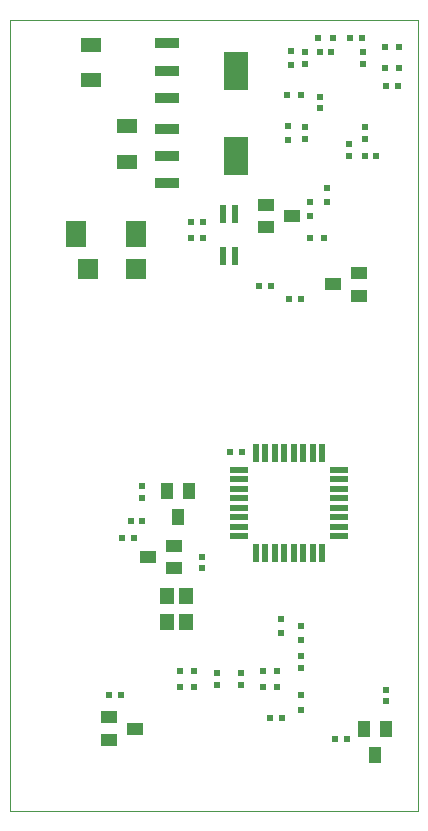
<source format=gtp>
G75*
G70*
%OFA0B0*%
%FSLAX24Y24*%
%IPPOS*%
%LPD*%
%AMOC8*
5,1,8,0,0,1.08239X$1,22.5*
%
%ADD10C,0.0000*%
%ADD11R,0.0217X0.0610*%
%ADD12R,0.0610X0.0217*%
%ADD13R,0.0846X0.1280*%
%ADD14R,0.0846X0.0374*%
%ADD15R,0.0709X0.0472*%
%ADD16R,0.0709X0.0866*%
%ADD17R,0.0709X0.0669*%
%ADD18R,0.0551X0.0394*%
%ADD19R,0.0197X0.0236*%
%ADD20R,0.0236X0.0236*%
%ADD21R,0.0236X0.0197*%
%ADD22R,0.0472X0.0551*%
%ADD23R,0.0236X0.0591*%
%ADD24R,0.0394X0.0551*%
D10*
X000219Y000139D02*
X000219Y026517D01*
X013801Y026517D01*
X013801Y000139D01*
X000219Y000139D01*
D11*
X008408Y008742D03*
X008723Y008742D03*
X009038Y008742D03*
X009353Y008742D03*
X009668Y008742D03*
X009983Y008742D03*
X010297Y008742D03*
X010612Y008742D03*
X010612Y012088D03*
X010297Y012088D03*
X009983Y012088D03*
X009668Y012088D03*
X009353Y012088D03*
X009038Y012088D03*
X008723Y012088D03*
X008408Y012088D03*
D12*
X007837Y011517D03*
X007837Y011202D03*
X007837Y010887D03*
X007837Y010572D03*
X007837Y010258D03*
X007837Y009943D03*
X007837Y009628D03*
X007837Y009313D03*
X011183Y009313D03*
X011183Y009628D03*
X011183Y009943D03*
X011183Y010258D03*
X011183Y010572D03*
X011183Y010887D03*
X011183Y011202D03*
X011183Y011517D03*
D13*
X007738Y021990D03*
X007738Y024824D03*
D14*
X005455Y024824D03*
X005455Y025730D03*
X005455Y023919D03*
X005455Y022895D03*
X005455Y021990D03*
X005455Y021084D03*
D15*
X004116Y021793D03*
X004116Y022974D03*
X002896Y024509D03*
X002896Y025691D03*
D16*
X002404Y019391D03*
X004412Y019391D03*
D17*
X004412Y018210D03*
X002797Y018210D03*
D18*
X005691Y008978D03*
X005691Y008230D03*
X004825Y008604D03*
X003526Y003269D03*
X003526Y002521D03*
X004392Y002895D03*
X011833Y017324D03*
X011833Y018072D03*
X010967Y017698D03*
X009628Y019982D03*
X008762Y020356D03*
X008762Y019608D03*
D19*
X008920Y017659D03*
X008526Y017659D03*
X009510Y017226D03*
X009904Y017226D03*
X012030Y021990D03*
X012423Y021990D03*
X012738Y024313D03*
X013132Y024313D03*
X011951Y025927D03*
X011557Y025927D03*
X010927Y025454D03*
X010534Y025454D03*
X006636Y019785D03*
X006636Y019234D03*
X006242Y019234D03*
X006242Y019785D03*
X007542Y012108D03*
X007935Y012108D03*
X004628Y009824D03*
X004353Y009234D03*
X004234Y009824D03*
X003959Y009234D03*
X003920Y003998D03*
X003526Y003998D03*
X008880Y003250D03*
X009274Y003250D03*
X011046Y002541D03*
X011439Y002541D03*
D20*
X009904Y003525D03*
X009904Y003998D03*
X009116Y004273D03*
X009116Y004824D03*
X008644Y004824D03*
X008644Y004273D03*
X009234Y006084D03*
X009234Y006557D03*
X009904Y006321D03*
X009904Y005848D03*
X006360Y004824D03*
X006360Y004273D03*
X005888Y004273D03*
X005888Y004824D03*
X010219Y019234D03*
X010219Y019982D03*
X010219Y020454D03*
X010770Y020454D03*
X010770Y020927D03*
X010691Y019234D03*
X009471Y022502D03*
X009471Y022974D03*
X009431Y023998D03*
X009904Y023998D03*
X009589Y025021D03*
X009589Y025494D03*
X010494Y025927D03*
X010967Y025927D03*
X012699Y025612D03*
X012699Y024903D03*
X013171Y024903D03*
X013171Y025612D03*
D21*
X011990Y025454D03*
X011990Y025061D03*
X012030Y022935D03*
X012030Y022541D03*
X011518Y022384D03*
X011518Y021990D03*
X010534Y023565D03*
X010534Y023958D03*
X010061Y022935D03*
X010061Y022541D03*
X010061Y025061D03*
X010061Y025454D03*
X004628Y010966D03*
X004628Y010572D03*
X006616Y008624D03*
X006616Y008230D03*
X007109Y004746D03*
X007109Y004352D03*
X007896Y004352D03*
X007896Y004746D03*
X009904Y004903D03*
X009904Y005297D03*
X012738Y004195D03*
X012738Y003801D03*
D22*
X006085Y006439D03*
X005455Y006439D03*
X005455Y007305D03*
X006085Y007305D03*
D23*
X007305Y018643D03*
X007699Y018643D03*
X007699Y020061D03*
X007305Y020061D03*
D24*
X006183Y010809D03*
X005809Y009943D03*
X005435Y010809D03*
X012010Y002895D03*
X012384Y002029D03*
X012758Y002895D03*
M02*

</source>
